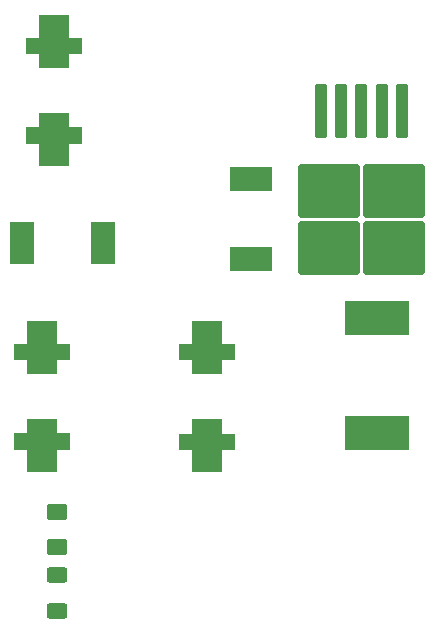
<source format=gtp>
%TF.GenerationSoftware,KiCad,Pcbnew,7.0.5*%
%TF.CreationDate,2024-02-24T22:07:36+07:00*%
%TF.ProjectId,CN13_Case,434e3133-5f43-4617-9365-2e6b69636164,rev?*%
%TF.SameCoordinates,Original*%
%TF.FileFunction,Paste,Top*%
%TF.FilePolarity,Positive*%
%FSLAX46Y46*%
G04 Gerber Fmt 4.6, Leading zero omitted, Abs format (unit mm)*
G04 Created by KiCad (PCBNEW 7.0.5) date 2024-02-24 22:07:36*
%MOMM*%
%LPD*%
G01*
G04 APERTURE LIST*
G04 Aperture macros list*
%AMRoundRect*
0 Rectangle with rounded corners*
0 $1 Rounding radius*
0 $2 $3 $4 $5 $6 $7 $8 $9 X,Y pos of 4 corners*
0 Add a 4 corners polygon primitive as box body*
4,1,4,$2,$3,$4,$5,$6,$7,$8,$9,$2,$3,0*
0 Add four circle primitives for the rounded corners*
1,1,$1+$1,$2,$3*
1,1,$1+$1,$4,$5*
1,1,$1+$1,$6,$7*
1,1,$1+$1,$8,$9*
0 Add four rect primitives between the rounded corners*
20,1,$1+$1,$2,$3,$4,$5,0*
20,1,$1+$1,$4,$5,$6,$7,0*
20,1,$1+$1,$6,$7,$8,$9,0*
20,1,$1+$1,$8,$9,$2,$3,0*%
G04 Aperture macros list end*
%ADD10C,0.010000*%
%ADD11RoundRect,0.250000X-0.300000X2.050000X-0.300000X-2.050000X0.300000X-2.050000X0.300000X2.050000X0*%
%ADD12RoundRect,0.250000X-2.375000X2.025000X-2.375000X-2.025000X2.375000X-2.025000X2.375000X2.025000X0*%
%ADD13RoundRect,0.250000X-0.625000X0.400000X-0.625000X-0.400000X0.625000X-0.400000X0.625000X0.400000X0*%
%ADD14R,5.400000X2.900000*%
%ADD15R,3.600000X2.000000*%
%ADD16RoundRect,0.250001X0.624999X-0.462499X0.624999X0.462499X-0.624999X0.462499X-0.624999X-0.462499X0*%
%ADD17R,2.000000X3.600000*%
G04 APERTURE END LIST*
%TO.C,C3*%
D10*
X123932000Y-127640000D02*
X125032000Y-127640000D01*
X125032000Y-128940000D01*
X123932000Y-128940000D01*
X123932000Y-130140000D01*
X121432000Y-130140000D01*
X121432000Y-128940000D01*
X120332000Y-128940000D01*
X120332000Y-127640000D01*
X121432000Y-127640000D01*
X121432000Y-125740000D01*
X123932000Y-125740000D01*
X123932000Y-127640000D01*
G36*
X123932000Y-127640000D02*
G01*
X125032000Y-127640000D01*
X125032000Y-128940000D01*
X123932000Y-128940000D01*
X123932000Y-130140000D01*
X121432000Y-130140000D01*
X121432000Y-128940000D01*
X120332000Y-128940000D01*
X120332000Y-127640000D01*
X121432000Y-127640000D01*
X121432000Y-125740000D01*
X123932000Y-125740000D01*
X123932000Y-127640000D01*
G37*
X123932000Y-135240000D02*
X125032000Y-135240000D01*
X125032000Y-136540000D01*
X123932000Y-136540000D01*
X123932000Y-138440000D01*
X121432000Y-138440000D01*
X121432000Y-136540000D01*
X120332000Y-136540000D01*
X120332000Y-135240000D01*
X121432000Y-135240000D01*
X121432000Y-134040000D01*
X123932000Y-134040000D01*
X123932000Y-135240000D01*
G36*
X123932000Y-135240000D02*
G01*
X125032000Y-135240000D01*
X125032000Y-136540000D01*
X123932000Y-136540000D01*
X123932000Y-138440000D01*
X121432000Y-138440000D01*
X121432000Y-136540000D01*
X120332000Y-136540000D01*
X120332000Y-135240000D01*
X121432000Y-135240000D01*
X121432000Y-134040000D01*
X123932000Y-134040000D01*
X123932000Y-135240000D01*
G37*
%TO.C,C2*%
X109962000Y-135230000D02*
X111062000Y-135230000D01*
X111062000Y-136530000D01*
X109962000Y-136530000D01*
X109962000Y-138430000D01*
X107462000Y-138430000D01*
X107462000Y-136530000D01*
X106362000Y-136530000D01*
X106362000Y-135230000D01*
X107462000Y-135230000D01*
X107462000Y-134030000D01*
X109962000Y-134030000D01*
X109962000Y-135230000D01*
G36*
X109962000Y-135230000D02*
G01*
X111062000Y-135230000D01*
X111062000Y-136530000D01*
X109962000Y-136530000D01*
X109962000Y-138430000D01*
X107462000Y-138430000D01*
X107462000Y-136530000D01*
X106362000Y-136530000D01*
X106362000Y-135230000D01*
X107462000Y-135230000D01*
X107462000Y-134030000D01*
X109962000Y-134030000D01*
X109962000Y-135230000D01*
G37*
X109962000Y-127630000D02*
X111062000Y-127630000D01*
X111062000Y-128930000D01*
X109962000Y-128930000D01*
X109962000Y-130130000D01*
X107462000Y-130130000D01*
X107462000Y-128930000D01*
X106362000Y-128930000D01*
X106362000Y-127630000D01*
X107462000Y-127630000D01*
X107462000Y-125730000D01*
X109962000Y-125730000D01*
X109962000Y-127630000D01*
G36*
X109962000Y-127630000D02*
G01*
X111062000Y-127630000D01*
X111062000Y-128930000D01*
X109962000Y-128930000D01*
X109962000Y-130130000D01*
X107462000Y-130130000D01*
X107462000Y-128930000D01*
X106362000Y-128930000D01*
X106362000Y-127630000D01*
X107462000Y-127630000D01*
X107462000Y-125730000D01*
X109962000Y-125730000D01*
X109962000Y-127630000D01*
G37*
%TO.C,C1*%
X110978000Y-101722000D02*
X112078000Y-101722000D01*
X112078000Y-103022000D01*
X110978000Y-103022000D01*
X110978000Y-104222000D01*
X108478000Y-104222000D01*
X108478000Y-103022000D01*
X107378000Y-103022000D01*
X107378000Y-101722000D01*
X108478000Y-101722000D01*
X108478000Y-99822000D01*
X110978000Y-99822000D01*
X110978000Y-101722000D01*
G36*
X110978000Y-101722000D02*
G01*
X112078000Y-101722000D01*
X112078000Y-103022000D01*
X110978000Y-103022000D01*
X110978000Y-104222000D01*
X108478000Y-104222000D01*
X108478000Y-103022000D01*
X107378000Y-103022000D01*
X107378000Y-101722000D01*
X108478000Y-101722000D01*
X108478000Y-99822000D01*
X110978000Y-99822000D01*
X110978000Y-101722000D01*
G37*
X110978000Y-109322000D02*
X112078000Y-109322000D01*
X112078000Y-110622000D01*
X110978000Y-110622000D01*
X110978000Y-112522000D01*
X108478000Y-112522000D01*
X108478000Y-110622000D01*
X107378000Y-110622000D01*
X107378000Y-109322000D01*
X108478000Y-109322000D01*
X108478000Y-108122000D01*
X110978000Y-108122000D01*
X110978000Y-109322000D01*
G36*
X110978000Y-109322000D02*
G01*
X112078000Y-109322000D01*
X112078000Y-110622000D01*
X110978000Y-110622000D01*
X110978000Y-112522000D01*
X108478000Y-112522000D01*
X108478000Y-110622000D01*
X107378000Y-110622000D01*
X107378000Y-109322000D01*
X108478000Y-109322000D01*
X108478000Y-108122000D01*
X110978000Y-108122000D01*
X110978000Y-109322000D01*
G37*
%TD*%
D11*
%TO.C,U1*%
X139212000Y-107950000D03*
X137512000Y-107950000D03*
X135812000Y-107950000D03*
X134112000Y-107950000D03*
X132412000Y-107950000D03*
D12*
X133037000Y-119525000D03*
X138587000Y-114675000D03*
X138587000Y-119525000D03*
X133037000Y-114675000D03*
%TD*%
D13*
%TO.C,R2*%
X110062000Y-147182500D03*
X110062000Y-150282500D03*
%TD*%
D14*
%TO.C,L1*%
X137160000Y-135152000D03*
X137160000Y-125452000D03*
%TD*%
D15*
%TO.C,D3*%
X126492000Y-113694000D03*
X126492000Y-120494000D03*
%TD*%
D16*
%TO.C,D2*%
X110062000Y-144823500D03*
X110062000Y-141848500D03*
%TD*%
D17*
%TO.C,D1*%
X107090000Y-119126000D03*
X113890000Y-119126000D03*
%TD*%
M02*

</source>
